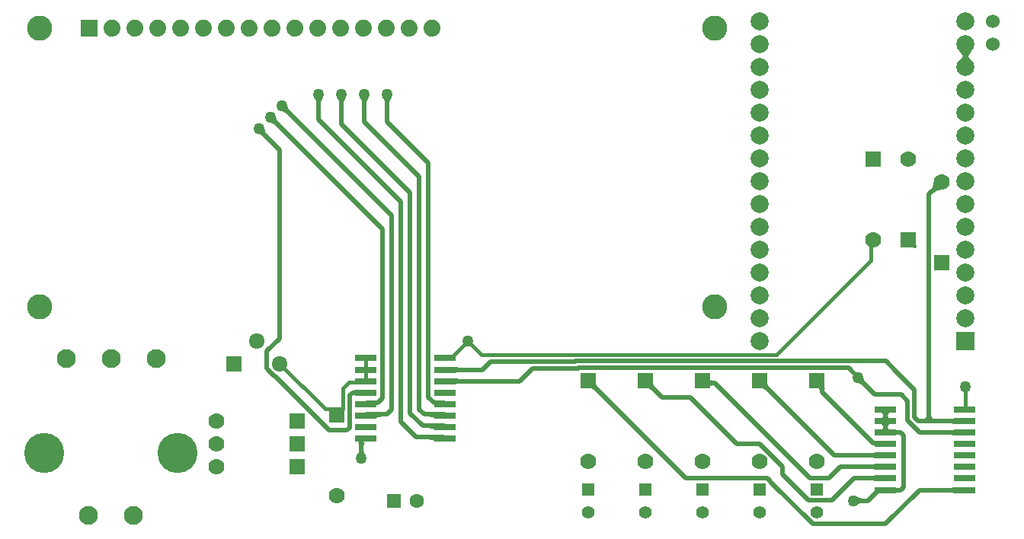
<source format=gbr>
%TF.GenerationSoftware,Altium Limited,Altium Designer,24.9.1 (31)*%
G04 Layer_Physical_Order=1*
G04 Layer_Color=255*
%FSLAX45Y45*%
%MOMM*%
%TF.SameCoordinates,93858F84-5B26-42CC-8C8E-0B90E3909A9F*%
%TF.FilePolarity,Positive*%
%TF.FileFunction,Copper,L1,Top,Signal*%
%TF.Part,Single*%
G01*
G75*
%TA.AperFunction,SMDPad,CuDef*%
%ADD10R,2.40000X0.80000*%
%ADD11R,2.40000X0.70000*%
%TA.AperFunction,Conductor*%
%ADD12C,0.50800*%
%ADD13C,0.40800*%
%TA.AperFunction,ViaPad*%
%ADD14C,1.52400*%
%TA.AperFunction,ComponentPad*%
%ADD15C,2.80000*%
%ADD16C,1.87960*%
%ADD17R,1.87960X1.87960*%
%ADD18C,2.00000*%
%ADD19R,2.00000X2.00000*%
%ADD20C,1.77800*%
%ADD21R,1.77800X1.77800*%
%ADD22C,2.10000*%
%ADD23C,4.46000*%
%ADD24C,1.40000*%
%ADD25R,1.40000X1.40000*%
%ADD26R,1.80000X1.70000*%
%ADD27O,1.80000X1.70000*%
%ADD28R,1.77800X1.77800*%
%ADD29C,1.60000*%
%ADD30R,1.60000X1.60000*%
%TA.AperFunction,ViaPad*%
%ADD31C,1.27000*%
G36*
X6647180Y7556279D02*
X6647370Y7549959D01*
X6647942Y7543912D01*
X6648895Y7538136D01*
X6650228Y7532633D01*
X6651942Y7527402D01*
X6654038Y7522443D01*
X6656515Y7517756D01*
X6659372Y7513341D01*
X6662610Y7509199D01*
X6666230Y7505328D01*
X6577330D01*
X6580949Y7509199D01*
X6584188Y7513341D01*
X6587045Y7517756D01*
X6589522Y7522443D01*
X6591617Y7527402D01*
X6593332Y7532633D01*
X6594665Y7538136D01*
X6595618Y7543912D01*
X6596189Y7549959D01*
X6596380Y7556279D01*
X6647180D01*
D02*
G37*
G36*
X6596380Y7588006D02*
X6596126Y7597658D01*
X6595364Y7606294D01*
X6594094Y7613914D01*
X6592316Y7620518D01*
X6590030Y7626106D01*
X6587236Y7630678D01*
X6583934Y7634234D01*
X6580124Y7636774D01*
X6575806Y7638298D01*
X6570980Y7638806D01*
X6672580D01*
X6667754Y7638298D01*
X6663436Y7636774D01*
X6659626Y7634234D01*
X6656324Y7630678D01*
X6653530Y7626106D01*
X6651244Y7620518D01*
X6649466Y7613914D01*
X6648196Y7606294D01*
X6647434Y7597658D01*
X6647180Y7588006D01*
X6596380D01*
D02*
G37*
G36*
X6523990Y8216900D02*
X6529428Y8216929D01*
X6550035Y8218329D01*
X6551466Y8218766D01*
X6552324Y8219262D01*
X6552610Y8219816D01*
Y8163184D01*
X6552324Y8163738D01*
X6551466Y8164234D01*
X6550035Y8164671D01*
X6548031Y8165050D01*
X6545455Y8165371D01*
X6538586Y8165838D01*
X6523990Y8166100D01*
Y8216900D01*
D02*
G37*
G36*
X5530857Y11037223D02*
X5526284Y11041550D01*
X5521635Y11045463D01*
X5516908Y11048962D01*
X5512104Y11052048D01*
X5507223Y11054721D01*
X5502265Y11056979D01*
X5497229Y11058824D01*
X5492117Y11060256D01*
X5486927Y11061273D01*
X5481659Y11061877D01*
X5549615Y11119194D01*
X5549369Y11113951D01*
X5549633Y11108776D01*
X5550407Y11103669D01*
X5551691Y11098629D01*
X5553486Y11093657D01*
X5555791Y11088753D01*
X5558606Y11083916D01*
X5561931Y11079146D01*
X5565766Y11074444D01*
X5570111Y11069810D01*
X5530857Y11037223D01*
D02*
G37*
G36*
X5663533Y11166146D02*
X5658930Y11170480D01*
X5654249Y11174352D01*
X5649492Y11177762D01*
X5644658Y11180711D01*
X5639746Y11183197D01*
X5634758Y11185222D01*
X5629693Y11186785D01*
X5624551Y11187886D01*
X5619331Y11188526D01*
X5614035Y11188703D01*
X5676897Y11251565D01*
X5677074Y11246269D01*
X5677714Y11241049D01*
X5678815Y11235907D01*
X5680378Y11230842D01*
X5682403Y11225854D01*
X5684889Y11220942D01*
X5687838Y11216108D01*
X5691248Y11211351D01*
X5695120Y11206670D01*
X5699454Y11202067D01*
X5663533Y11166146D01*
D02*
G37*
G36*
X5790533Y11293146D02*
X5785930Y11297480D01*
X5781249Y11301352D01*
X5776492Y11304762D01*
X5771658Y11307711D01*
X5766746Y11310197D01*
X5761758Y11312222D01*
X5756693Y11313785D01*
X5751551Y11314886D01*
X5746331Y11315526D01*
X5741035Y11315703D01*
X5803897Y11378565D01*
X5804074Y11373269D01*
X5804714Y11368049D01*
X5805815Y11362907D01*
X5807378Y11357842D01*
X5809403Y11352854D01*
X5811889Y11347942D01*
X5814838Y11343108D01*
X5818248Y11338351D01*
X5822120Y11333670D01*
X5826454Y11329067D01*
X5790533Y11293146D01*
D02*
G37*
G36*
X6121400Y11409901D02*
X6121209Y11416221D01*
X6120638Y11422268D01*
X6119685Y11428044D01*
X6118352Y11433547D01*
X6116638Y11438778D01*
X6114542Y11443737D01*
X6112065Y11448424D01*
X6109208Y11452839D01*
X6105969Y11456981D01*
X6102350Y11460852D01*
X6191250D01*
X6187630Y11456981D01*
X6184392Y11452839D01*
X6181534Y11448424D01*
X6179058Y11443737D01*
X6176962Y11438778D01*
X6175248Y11433547D01*
X6173914Y11428044D01*
X6172962Y11422268D01*
X6172390Y11416221D01*
X6172200Y11409901D01*
X6121400D01*
D02*
G37*
G36*
X6375400D02*
X6375209Y11416221D01*
X6374638Y11422268D01*
X6373685Y11428044D01*
X6372352Y11433547D01*
X6370638Y11438778D01*
X6368542Y11443737D01*
X6366065Y11448424D01*
X6363208Y11452839D01*
X6359969Y11456981D01*
X6356350Y11460852D01*
X6445250D01*
X6441630Y11456981D01*
X6438392Y11452839D01*
X6435534Y11448424D01*
X6433058Y11443737D01*
X6430962Y11438778D01*
X6429248Y11433547D01*
X6427914Y11428044D01*
X6426962Y11422268D01*
X6426390Y11416221D01*
X6426200Y11409901D01*
X6375400D01*
D02*
G37*
G36*
X6629400D02*
X6629209Y11416221D01*
X6628638Y11422268D01*
X6627685Y11428044D01*
X6626352Y11433547D01*
X6624638Y11438778D01*
X6622542Y11443737D01*
X6620065Y11448424D01*
X6617208Y11452839D01*
X6613969Y11456981D01*
X6610350Y11460852D01*
X6699250D01*
X6695630Y11456981D01*
X6692392Y11452839D01*
X6689534Y11448424D01*
X6687058Y11443737D01*
X6684963Y11438778D01*
X6683248Y11433547D01*
X6681914Y11428044D01*
X6680962Y11422268D01*
X6680390Y11416221D01*
X6680200Y11409901D01*
X6629400D01*
D02*
G37*
G36*
X6949630Y11456981D02*
X6946392Y11452839D01*
X6943534Y11448424D01*
X6941058Y11443737D01*
X6938962Y11438778D01*
X6937248Y11433547D01*
X6935914Y11428044D01*
X6934962Y11422268D01*
X6934390Y11416221D01*
X6934200Y11409901D01*
X6883400D01*
X6883209Y11416221D01*
X6882638Y11422268D01*
X6881685Y11428044D01*
X6880352Y11433547D01*
X6878638Y11438778D01*
X6876542Y11443737D01*
X6874065Y11448424D01*
X6871208Y11452839D01*
X6867969Y11456981D01*
X6864350Y11460852D01*
X6953250D01*
X6949630Y11456981D01*
D02*
G37*
G36*
X7672202Y8478429D02*
X7673726Y8476849D01*
X7676266Y8475455D01*
X7679822Y8474246D01*
X7684394Y8473224D01*
X7689982Y8472387D01*
X7704206Y8471272D01*
X7722494Y8470900D01*
Y8420100D01*
X7712842Y8420007D01*
X7684394Y8417776D01*
X7679822Y8416754D01*
X7676266Y8415545D01*
X7673726Y8414151D01*
X7672202Y8412571D01*
X7671694Y8410805D01*
Y8480195D01*
X7672202Y8478429D01*
D02*
G37*
G36*
Y8351429D02*
X7673726Y8349849D01*
X7676266Y8348455D01*
X7679822Y8347246D01*
X7684394Y8346224D01*
X7689982Y8345387D01*
X7704206Y8344272D01*
X7722494Y8343900D01*
Y8293100D01*
X7712842Y8293007D01*
X7684394Y8290776D01*
X7679822Y8289754D01*
X7676266Y8288545D01*
X7673726Y8287151D01*
X7672202Y8285571D01*
X7671694Y8283805D01*
Y8353195D01*
X7672202Y8351429D01*
D02*
G37*
G36*
X9864721Y8303297D02*
X9863285Y8298628D01*
Y8293239D01*
X9864721Y8287133D01*
X9867595Y8280308D01*
X9871906Y8272764D01*
X9877653Y8264502D01*
X9884837Y8255522D01*
X9903516Y8235406D01*
X9867595Y8199486D01*
X9857178Y8209543D01*
X9838499Y8225349D01*
X9830237Y8231096D01*
X9822694Y8235406D01*
X9815869Y8238280D01*
X9809762Y8239717D01*
X9804374D01*
X9799705Y8238280D01*
X9795753Y8235406D01*
X9867595Y8307249D01*
X9864721Y8303297D01*
D02*
G37*
G36*
X9229721D02*
X9228285Y8298628D01*
Y8293239D01*
X9229721Y8287133D01*
X9232595Y8280308D01*
X9236906Y8272764D01*
X9242653Y8264502D01*
X9249837Y8255522D01*
X9268516Y8235406D01*
X9232595Y8199486D01*
X9222178Y8209543D01*
X9203499Y8225349D01*
X9195237Y8231096D01*
X9187694Y8235406D01*
X9180869Y8238280D01*
X9174762Y8239717D01*
X9169374D01*
X9164705Y8238280D01*
X9160753Y8235406D01*
X9232595Y8307249D01*
X9229721Y8303297D01*
D02*
G37*
G36*
X7432304Y7972195D02*
Y7902805D01*
X7431796Y7906395D01*
X7430272Y7909607D01*
X7427732Y7912442D01*
X7424176Y7914899D01*
X7419604Y7916977D01*
X7414016Y7918678D01*
X7407412Y7920000D01*
X7399792Y7920945D01*
X7391156Y7921512D01*
X7381504Y7921701D01*
Y7972501D01*
X7432304Y7972195D01*
D02*
G37*
G36*
X6842496Y7921701D02*
X6832844Y7921512D01*
X6816588Y7920000D01*
X6809984Y7918678D01*
X6804396Y7916977D01*
X6799824Y7914899D01*
X6796268Y7912442D01*
X6793728Y7909607D01*
X6792204Y7906395D01*
X6791696Y7902805D01*
Y7972195D01*
X6792204Y7972253D01*
X6793728Y7972305D01*
X6842496Y7972501D01*
Y7921701D01*
D02*
G37*
G36*
X7432304Y7845195D02*
Y7775805D01*
X7431796Y7779395D01*
X7430272Y7782607D01*
X7427732Y7785442D01*
X7424176Y7787899D01*
X7419604Y7789977D01*
X7414016Y7791678D01*
X7407412Y7793000D01*
X7399792Y7793945D01*
X7391156Y7794512D01*
X7381504Y7794701D01*
Y7845501D01*
X7432304Y7845195D01*
D02*
G37*
G36*
Y7718196D02*
X7432609Y7642301D01*
X7432079Y7647127D01*
X7430532Y7651445D01*
X7427966Y7655255D01*
X7424383Y7658557D01*
X7419781Y7661351D01*
X7414162Y7663637D01*
X7407524Y7665415D01*
X7399869Y7666685D01*
X7391196Y7667447D01*
X7381504Y7667701D01*
Y7718501D01*
X7432304Y7718196D01*
D02*
G37*
G36*
X13396526Y11984864D02*
X13388943Y11976184D01*
X13382254Y11967547D01*
X13376456Y11958953D01*
X13371550Y11950401D01*
X13367535Y11941891D01*
X13366101Y11938000D01*
X13367535Y11934109D01*
X13371550Y11925599D01*
X13376456Y11917047D01*
X13382254Y11908453D01*
X13388943Y11899816D01*
X13396526Y11891136D01*
X13405000Y11882414D01*
X13264999D01*
X13273474Y11891136D01*
X13281056Y11899816D01*
X13287746Y11908453D01*
X13293544Y11917047D01*
X13298450Y11925599D01*
X13302464Y11934109D01*
X13303899Y11938000D01*
X13302464Y11941891D01*
X13298450Y11950401D01*
X13293544Y11958953D01*
X13287746Y11967547D01*
X13281056Y11976184D01*
X13273474Y11984864D01*
X13264999Y11993586D01*
X13405000D01*
X13396526Y11984864D01*
D02*
G37*
G36*
X13067410Y10444906D02*
X13057336Y10444729D01*
X13047745Y10443990D01*
X13038632Y10442691D01*
X13030000Y10440830D01*
X13021849Y10438408D01*
X13014178Y10435425D01*
X13006989Y10431881D01*
X13000279Y10427776D01*
X12994051Y10423110D01*
X12988303Y10417883D01*
X12952380Y10453804D01*
X12957608Y10459552D01*
X12962276Y10465781D01*
X12966380Y10472490D01*
X12969923Y10479680D01*
X12972906Y10487350D01*
X12975328Y10495502D01*
X12977190Y10504133D01*
X12978490Y10513246D01*
X12979227Y10522839D01*
X12979405Y10532913D01*
X13067410Y10444906D01*
D02*
G37*
G36*
X12204874Y8350669D02*
X12205514Y8345449D01*
X12206615Y8340307D01*
X12208178Y8335242D01*
X12210203Y8330254D01*
X12212689Y8325342D01*
X12215638Y8320508D01*
X12219048Y8315751D01*
X12222920Y8311070D01*
X12227254Y8306467D01*
X12191333Y8270546D01*
X12186730Y8274880D01*
X12182049Y8278752D01*
X12177292Y8282162D01*
X12172458Y8285111D01*
X12167546Y8287597D01*
X12162558Y8289622D01*
X12157493Y8291185D01*
X12152351Y8292286D01*
X12147131Y8292926D01*
X12141835Y8293103D01*
X12204697Y8355965D01*
X12204874Y8350669D01*
D02*
G37*
G36*
X10502761Y8340149D02*
X10504173Y8336520D01*
X10506525Y8333318D01*
X10509818Y8330543D01*
X10514053Y8328195D01*
X10519229Y8326274D01*
X10525345Y8324780D01*
X10532403Y8323713D01*
X10540402Y8323072D01*
X10549341Y8322859D01*
Y8272059D01*
X10540402Y8271845D01*
X10532403Y8271205D01*
X10525345Y8270137D01*
X10519229Y8268643D01*
X10514053Y8266722D01*
X10509818Y8264374D01*
X10506525Y8261599D01*
X10504173Y8258397D01*
X10502761Y8254768D01*
X10502290Y8250712D01*
Y8344205D01*
X10502761Y8340149D01*
D02*
G37*
G36*
X11134721Y8303297D02*
X11133285Y8298628D01*
Y8293239D01*
X11134721Y8287133D01*
X11137595Y8280308D01*
X11141906Y8272764D01*
X11147653Y8264502D01*
X11154837Y8255522D01*
X11173516Y8235406D01*
X11137595Y8199486D01*
X11127178Y8209543D01*
X11108499Y8225349D01*
X11100237Y8231096D01*
X11092694Y8235406D01*
X11085869Y8238280D01*
X11079762Y8239717D01*
X11074374D01*
X11069705Y8238280D01*
X11065753Y8235406D01*
X11137595Y8307249D01*
X11134721Y8303297D01*
D02*
G37*
G36*
X11771509Y8235027D02*
X11770538Y8233891D01*
X11769681Y8231997D01*
X11768938Y8229344D01*
X11768309Y8225935D01*
X11767795Y8221767D01*
X11767109Y8211159D01*
X11766880Y8197520D01*
X11716080D01*
X11715955Y8204718D01*
X11714957Y8216842D01*
X11714082Y8221767D01*
X11712959Y8225935D01*
X11711585Y8229344D01*
X11709962Y8231997D01*
X11708089Y8233891D01*
X11705966Y8235027D01*
X11703594Y8235406D01*
X11772595D01*
X11771509Y8235027D01*
D02*
G37*
G36*
X12491974Y7965796D02*
X12487656Y7964272D01*
X12483846Y7961732D01*
X12480544Y7958176D01*
X12477750Y7953604D01*
X12475464Y7948016D01*
X12473686Y7941412D01*
X12473023Y7937433D01*
X12473686Y7933432D01*
X12475464Y7926788D01*
X12477750Y7921167D01*
X12480544Y7916567D01*
X12483846Y7912990D01*
X12487656Y7910435D01*
X12491974Y7908901D01*
X12496800Y7908390D01*
X12395200D01*
X12400026Y7908901D01*
X12404344Y7910435D01*
X12408154Y7912990D01*
X12411456Y7916567D01*
X12414250Y7921167D01*
X12416536Y7926788D01*
X12418314Y7933432D01*
X12418977Y7937433D01*
X12418314Y7941412D01*
X12416536Y7948016D01*
X12414250Y7953604D01*
X12411456Y7958176D01*
X12408154Y7961732D01*
X12404344Y7964272D01*
X12400026Y7965796D01*
X12395200Y7966304D01*
X12496800D01*
X12491974Y7965796D01*
D02*
G37*
G36*
X12954507Y7940548D02*
X12956032Y7931912D01*
X12958572Y7924292D01*
X12962128Y7917688D01*
X12966701Y7912100D01*
X12972289Y7907528D01*
X12978893Y7903972D01*
X12986513Y7901432D01*
X12995148Y7899908D01*
X13004800Y7899400D01*
X12928600Y7848600D01*
X12852400Y7899400D01*
X12862051Y7899908D01*
X12870688Y7901432D01*
X12878308Y7903972D01*
X12884912Y7907528D01*
X12890500Y7912100D01*
X12895071Y7917688D01*
X12898628Y7924292D01*
X12901167Y7931912D01*
X12902692Y7940548D01*
X12903200Y7950200D01*
X12953999D01*
X12954507Y7940548D01*
D02*
G37*
G36*
X13206303Y7839305D02*
X13205795Y7841071D01*
X13204271Y7842651D01*
X13201730Y7844045D01*
X13198175Y7845254D01*
X13193604Y7846276D01*
X13188016Y7847113D01*
X13173792Y7848228D01*
X13155502Y7848600D01*
Y7899400D01*
X13165155Y7899493D01*
X13193604Y7901724D01*
X13198175Y7902746D01*
X13201730Y7903955D01*
X13204271Y7905349D01*
X13205795Y7906929D01*
X13206303Y7908695D01*
Y7839305D01*
D02*
G37*
G36*
X12491974Y7838797D02*
X12487656Y7837273D01*
X12483846Y7834733D01*
X12480544Y7831177D01*
X12477750Y7826605D01*
X12475464Y7821017D01*
X12473686Y7814413D01*
X12473023Y7810434D01*
X12473686Y7806432D01*
X12475464Y7799788D01*
X12477750Y7794167D01*
X12480544Y7789567D01*
X12483846Y7785990D01*
X12487656Y7783435D01*
X12491974Y7781901D01*
X12496800Y7781390D01*
X12395200D01*
X12400026Y7781901D01*
X12404344Y7783435D01*
X12408154Y7785990D01*
X12411456Y7789567D01*
X12414250Y7794167D01*
X12416536Y7799788D01*
X12418314Y7806432D01*
X12418977Y7810434D01*
X12418314Y7814413D01*
X12416536Y7821017D01*
X12414250Y7826605D01*
X12411456Y7831177D01*
X12408154Y7834733D01*
X12404344Y7837273D01*
X12400026Y7838797D01*
X12395200Y7839305D01*
X12496800D01*
X12491974Y7838797D01*
D02*
G37*
G36*
X13206303Y7712305D02*
X13205795Y7714071D01*
X13204271Y7715651D01*
X13201730Y7717045D01*
X13198175Y7718254D01*
X13193604Y7719276D01*
X13188016Y7720113D01*
X13173792Y7721228D01*
X13155502Y7721600D01*
Y7772400D01*
X13165155Y7772493D01*
X13193604Y7774724D01*
X13198175Y7775746D01*
X13201730Y7776955D01*
X13204271Y7778349D01*
X13205795Y7779929D01*
X13206303Y7781695D01*
Y7712305D01*
D02*
G37*
G36*
X12326305Y7458305D02*
X12325797Y7460071D01*
X12324273Y7461651D01*
X12321733Y7463045D01*
X12318177Y7464254D01*
X12313605Y7465276D01*
X12308017Y7466113D01*
X12293793Y7467228D01*
X12275505Y7467600D01*
Y7518400D01*
X12285157Y7518493D01*
X12313605Y7520724D01*
X12318177Y7521746D01*
X12321733Y7522955D01*
X12324273Y7524349D01*
X12325797Y7525929D01*
X12326305Y7527695D01*
Y7458305D01*
D02*
G37*
G36*
Y7331305D02*
X12325797Y7333071D01*
X12324273Y7334651D01*
X12321733Y7336045D01*
X12318177Y7337254D01*
X12313605Y7338276D01*
X12308017Y7339113D01*
X12293793Y7340228D01*
X12275505Y7340600D01*
Y7391400D01*
X12285157Y7391493D01*
X12313605Y7393724D01*
X12318177Y7394746D01*
X12321733Y7395955D01*
X12324273Y7397349D01*
X12325797Y7398929D01*
X12326305Y7400695D01*
Y7331305D01*
D02*
G37*
G36*
Y7204305D02*
X12325797Y7206071D01*
X12324273Y7207651D01*
X12321733Y7209045D01*
X12318177Y7210254D01*
X12313605Y7211276D01*
X12308017Y7212113D01*
X12293793Y7213228D01*
X12275505Y7213600D01*
Y7264400D01*
X12285157Y7264493D01*
X12313605Y7266724D01*
X12318177Y7267746D01*
X12321733Y7268955D01*
X12324273Y7270349D01*
X12325797Y7271929D01*
X12326305Y7273695D01*
Y7204305D01*
D02*
G37*
G36*
X13206303Y7067306D02*
X13205795Y7070022D01*
X13204271Y7072452D01*
X13201730Y7074597D01*
X13198175Y7076455D01*
X13193604Y7078028D01*
X13188016Y7079314D01*
X13181412Y7080315D01*
X13173792Y7081030D01*
X13155502Y7081601D01*
Y7132401D01*
X13165155Y7132544D01*
X13181412Y7133688D01*
X13188016Y7134689D01*
X13193604Y7135975D01*
X13198175Y7137548D01*
X13201730Y7139406D01*
X13204271Y7141550D01*
X13205795Y7143980D01*
X13206303Y7146696D01*
Y7067306D01*
D02*
G37*
G36*
X12139619Y7030910D02*
X12143761Y7027672D01*
X12148176Y7024814D01*
X12152863Y7022338D01*
X12157822Y7020243D01*
X12163053Y7018528D01*
X12168556Y7017194D01*
X12174332Y7016242D01*
X12180379Y7015670D01*
X12186699Y7015480D01*
Y6964680D01*
X12180379Y6964489D01*
X12174332Y6963918D01*
X12168556Y6962965D01*
X12163053Y6961632D01*
X12157822Y6959918D01*
X12152863Y6957822D01*
X12148176Y6955345D01*
X12143761Y6952488D01*
X12139619Y6949249D01*
X12135748Y6945630D01*
Y7034530D01*
X12139619Y7030910D01*
D02*
G37*
D10*
X13325998Y8005999D02*
D03*
Y7107001D02*
D03*
X12446000D02*
D03*
Y8005999D02*
D03*
X7551999Y8577499D02*
D03*
Y7678501D02*
D03*
X6672001D02*
D03*
Y8577499D02*
D03*
D11*
X13325998Y7874000D02*
D03*
Y7747000D02*
D03*
Y7620000D02*
D03*
Y7493000D02*
D03*
Y7366000D02*
D03*
Y7239000D02*
D03*
X12446000D02*
D03*
Y7366000D02*
D03*
Y7493000D02*
D03*
Y7620000D02*
D03*
Y7747000D02*
D03*
Y7874000D02*
D03*
X7551999Y8445500D02*
D03*
Y8318500D02*
D03*
Y8191500D02*
D03*
Y8064500D02*
D03*
Y7937500D02*
D03*
Y7810500D02*
D03*
X6672001D02*
D03*
Y7937500D02*
D03*
Y8064500D02*
D03*
Y8191500D02*
D03*
Y8318500D02*
D03*
Y8445500D02*
D03*
D12*
X12448738Y8539902D02*
X12574895Y8413745D01*
X9002495Y8539902D02*
X12448738D01*
X12574895Y8413745D02*
X12574895D01*
X12769200Y7914640D02*
Y8219440D01*
X12574895Y8413745D02*
X12769200Y8219440D01*
X12614443Y7107001D02*
X12644201Y7136759D01*
X12366000Y7107001D02*
X12614443D01*
X12446000Y7747000D02*
X12614443D01*
X12644201Y7136759D02*
Y7717242D01*
X12614443Y7747000D02*
X12644201Y7717242D01*
X12446000Y7747000D02*
Y7874000D01*
X12034098Y8463702D02*
X12141200Y8356600D01*
X9034058Y8463702D02*
X12034098D01*
X8059340Y8539400D02*
X9001993D01*
X9002495Y8539902D01*
X9033556Y8463200D02*
X9034058Y8463702D01*
X8525557Y8463200D02*
X9033556D01*
X8380857Y8318500D02*
X8525557Y8463200D01*
X7965440Y8445500D02*
X8059340Y8539400D01*
X12141200Y8356600D02*
X12324801Y8172999D01*
X6146800Y11226800D02*
Y11506200D01*
Y11226800D02*
X7061200Y10312400D01*
X6400800Y11176000D02*
Y11506200D01*
Y11176000D02*
X7162800Y10414000D01*
X6654800Y11201400D02*
Y11506200D01*
Y11201400D02*
X7264400Y10591800D01*
Y8001000D02*
Y10591800D01*
X6908800Y11201400D02*
Y11506200D01*
Y11201400D02*
X7366000Y10744200D01*
Y8137601D02*
Y10744200D01*
X6804100Y8074100D02*
X6858000Y8128000D01*
Y10007600D01*
X6681601Y8074100D02*
X6804100D01*
X6672001Y8064500D02*
X6681601Y8074100D01*
X5617200Y11248400D02*
X6858000Y10007600D01*
X5661444Y8373200D02*
X6262244Y7772400D01*
X6462482D01*
X5574200Y8452750D02*
X5653750Y8373200D01*
X5661444D01*
X5574200Y8452750D02*
Y8460444D01*
X5572760Y8461884D02*
X5574200Y8460444D01*
X5572760Y8461884D02*
Y8651240D01*
X6492240Y7802158D02*
Y8159750D01*
X6462482Y7772400D02*
X6492240Y7802158D01*
X5486400Y11117600D02*
X5715000Y10889000D01*
Y8793480D02*
Y10889000D01*
X5572760Y8651240D02*
X5715000Y8793480D01*
X5486400Y11117600D02*
Y11125200D01*
X5609600Y11248400D02*
Y11252200D01*
Y11248400D02*
X5617200D01*
X5736600Y11375400D02*
Y11379200D01*
Y11375400D02*
X5744200D01*
X6959600Y8001000D02*
Y10160000D01*
X6905701Y7947101D02*
X6959600Y8001000D01*
X6681602Y7947101D02*
X6905701D01*
X7162800Y7960360D02*
Y10414000D01*
Y7960360D02*
X7303059Y7820101D01*
X7542398D01*
X7366000Y8137601D02*
X7429500Y8074101D01*
X7542398D01*
X7264400Y8001000D02*
X7318299Y7947101D01*
X7542398D01*
X7061200Y7863180D02*
Y10312400D01*
Y7863180D02*
X7231278Y7693101D01*
X7537399D01*
X6492240Y8159750D02*
X6523990Y8191500D01*
X6672001D01*
X6636380Y7678501D02*
X6672001D01*
X6621780Y7459980D02*
Y7663901D01*
X6636380Y7678501D01*
X5744200Y11375400D02*
X6959600Y10160000D01*
X11132165Y7239000D02*
X11138362Y7232802D01*
X11169802Y7201362D02*
X11640165Y6731000D01*
X10229002Y7239000D02*
X11132165D01*
X11140044Y7232802D02*
X11169802Y7203044D01*
Y7201362D02*
Y7203044D01*
X11138362Y7232802D02*
X11140044D01*
X11640165Y6731000D02*
X12446000D01*
X12822002Y7107001D01*
X11880002Y7493000D02*
X12446000D01*
X11049000Y8324002D02*
X11880002Y7493000D01*
X11741480Y8197520D02*
X12309399Y7629601D01*
X11684000Y8324002D02*
X11741480Y8266521D01*
Y8197520D02*
Y8266521D01*
X12309399Y7629601D02*
X12436399D01*
X7542398Y8074101D02*
X7551999Y8064500D01*
X6672001Y7937500D02*
X6681602Y7947101D01*
X12436399Y7629601D02*
X12446000Y7620000D01*
X12324801Y8172999D02*
X12618603D01*
X9144000Y8324002D02*
X10229002Y7239000D01*
X11592956Y6991198D02*
X11853078D01*
X11050565Y7620000D02*
X11303000Y7367565D01*
Y7281159D02*
Y7367565D01*
Y7281159D02*
X11592956Y6991198D01*
X12822002Y7107001D02*
X13325998D01*
X10795000Y7620000D02*
X11050565D01*
X10274300Y8140700D02*
X10795000Y7620000D01*
X9779000Y8324002D02*
X9962302Y8140700D01*
X10274300D01*
X10440543Y8297459D02*
X10549341D01*
X10414000Y8324002D02*
X10440543Y8297459D01*
X10549341D02*
X11607800Y7239000D01*
X11816405D01*
X11943405Y7366000D01*
X7551999Y8445500D02*
X7965440D01*
X13335001Y11811000D02*
Y12065000D01*
X7551999Y8318500D02*
X8380857D01*
X12446000Y7874000D02*
Y8005999D01*
X12249079Y6990080D02*
X12366000Y7107001D01*
X12090400Y6990080D02*
X12249079D01*
X4614001Y12243999D02*
X4617801D01*
X4868001D02*
X4871801D01*
X7537399Y7693101D02*
X7551999Y7678501D01*
X7542398Y7820101D02*
X7551999Y7810500D01*
X7542398Y7947101D02*
X7551999Y7937500D01*
X12100880Y7239000D02*
X12446000D01*
X11853078Y6991198D02*
X12100880Y7239000D01*
X11943405Y7366000D02*
X12446000D01*
X12769200Y7914640D02*
X12809840Y7874000D01*
X12618603Y8172999D02*
X12693000Y8098602D01*
Y7883078D02*
X12829079Y7747000D01*
X12693000Y7883078D02*
Y8098602D01*
X12809840Y7874000D02*
X12928600D01*
X12829079Y7747000D02*
X13325998D01*
X12928600Y7874000D02*
Y10394102D01*
Y7874000D02*
X13325998D01*
X12928600Y10394102D02*
X13068300Y10533802D01*
D13*
X8973003Y8611102D02*
X11232381D01*
X12282002Y9660723D01*
X7955758Y8610600D02*
X8972501D01*
X7803358Y8763000D02*
X7955758Y8610600D01*
X8972501D02*
X8973003Y8611102D01*
X12282002Y9660723D02*
Y9863501D01*
X5715000Y8509000D02*
X6217498Y8006502D01*
X6286500D01*
X6350000Y7943002D01*
X13325998Y8005999D02*
X13405998D01*
X13335001Y8015000D02*
Y8255000D01*
X13405998Y8005999D02*
X13420598Y8020599D01*
X13325998Y8005999D02*
X13335001Y8015000D01*
X6480099Y8308899D02*
X6662400D01*
X6413500Y8242300D02*
X6480099Y8308899D01*
X6413500Y8006502D02*
Y8242300D01*
X6350000Y7943002D02*
X6413500Y8006502D01*
X6672001Y8445500D02*
Y8577499D01*
Y8318500D02*
Y8445500D01*
X6662400Y8308899D02*
X6672001Y8318500D01*
X7551999Y8577499D02*
X7631999D01*
X7646599Y8606241D02*
X7803358Y8763000D01*
X7646599Y8592099D02*
Y8606241D01*
X7631999Y8577499D02*
X7646599Y8592099D01*
X12282002Y9863501D02*
X12306300Y9887798D01*
X13335001Y8991844D02*
Y9017000D01*
X12700000Y9887798D02*
X12763500Y9824298D01*
D14*
X13639799Y12065000D02*
D03*
Y12319000D02*
D03*
D15*
X10548000Y9144000D02*
D03*
Y12243999D02*
D03*
X3048000Y9144000D02*
D03*
Y12243999D02*
D03*
D16*
X7408001D02*
D03*
X7154001D02*
D03*
X6900001D02*
D03*
X6646001D02*
D03*
X6392001D02*
D03*
X6138001D02*
D03*
X5884001D02*
D03*
X5630001D02*
D03*
X5376001D02*
D03*
X5122001D02*
D03*
X4868001D02*
D03*
X4614001D02*
D03*
X4360001D02*
D03*
X4106001D02*
D03*
X3852001D02*
D03*
D17*
X3598001D02*
D03*
D18*
X11049000Y8763000D02*
D03*
Y9017000D02*
D03*
Y9271000D02*
D03*
Y9525000D02*
D03*
Y9779000D02*
D03*
Y10033000D02*
D03*
Y10287000D02*
D03*
Y10541000D02*
D03*
Y10795000D02*
D03*
Y11049000D02*
D03*
Y11303000D02*
D03*
Y11557000D02*
D03*
Y11811000D02*
D03*
Y12065000D02*
D03*
Y12319000D02*
D03*
X13335001D02*
D03*
Y12065000D02*
D03*
Y11811000D02*
D03*
Y11557000D02*
D03*
Y11303000D02*
D03*
Y11049000D02*
D03*
Y10795000D02*
D03*
Y10541000D02*
D03*
Y10287000D02*
D03*
Y10033000D02*
D03*
Y9779000D02*
D03*
Y9525000D02*
D03*
Y9271000D02*
D03*
Y9017000D02*
D03*
D19*
Y8763000D02*
D03*
D20*
X9144000Y7423998D02*
D03*
X13068300Y10533802D02*
D03*
X12306300Y9887798D02*
D03*
X12700000Y10787802D02*
D03*
X9779000Y7423998D02*
D03*
X11684000D02*
D03*
X11049000D02*
D03*
X10414000D02*
D03*
X6350000Y7042998D02*
D03*
X5010998Y7874000D02*
D03*
Y7366000D02*
D03*
Y7620000D02*
D03*
D21*
X9144000Y8324002D02*
D03*
X13068300Y9633798D02*
D03*
X12306300Y10787802D02*
D03*
X12700000Y9887798D02*
D03*
X9779000Y8324002D02*
D03*
X11684000D02*
D03*
X11049000D02*
D03*
X10414000D02*
D03*
X6350000Y7943002D02*
D03*
D22*
X4340103Y8572500D02*
D03*
X3840099D02*
D03*
X3340100D02*
D03*
X4090101Y6822501D02*
D03*
X3590102D02*
D03*
D23*
X4580103Y7522500D02*
D03*
X3100100D02*
D03*
D24*
X11684000Y6858000D02*
D03*
X9144000D02*
D03*
X9779000D02*
D03*
X10414000D02*
D03*
X11049000D02*
D03*
D25*
X11684000Y7112000D02*
D03*
X9144000D02*
D03*
X9779000D02*
D03*
X10414000D02*
D03*
X11049000D02*
D03*
D26*
X5207000Y8509000D02*
D03*
D27*
X5461000Y8763000D02*
D03*
X5715000Y8509000D02*
D03*
D28*
X5911002Y7874000D02*
D03*
Y7366000D02*
D03*
Y7620000D02*
D03*
D29*
X7239000Y6985000D02*
D03*
D30*
X6985000D02*
D03*
D31*
X13335001Y8255000D02*
D03*
X6621780Y7459980D02*
D03*
X12141200Y8356600D02*
D03*
X12090400Y6990080D02*
D03*
X6908800Y11506200D02*
D03*
X6654800D02*
D03*
X6400800D02*
D03*
X6146800D02*
D03*
X5740400Y11379200D02*
D03*
X5613400Y11252200D02*
D03*
X5486400Y11125200D02*
D03*
X7803358Y8763000D02*
D03*
%TF.MD5,6249e864c9874cc042996e8476dda63c*%
M02*

</source>
